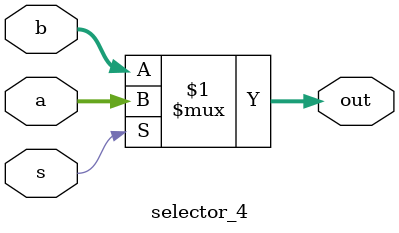
<source format=v>
module selector_4(
    input  [3:0]a, b,
    input  s,
    output  [3:0] out
);
    assign out = s ? a : b;
endmodule

</source>
